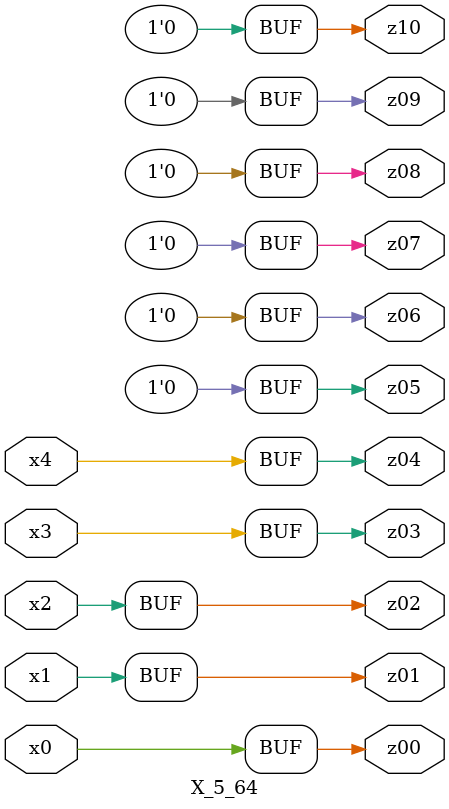
<source format=v>

module X_5_64 ( 
    x0, x1, x2, x3, x4,
    z00, z01, z02, z03, z04, z05, z06, z07, z08, z09, z10  );
  input  x0, x1, x2, x3, x4;
  output z00, z01, z02, z03, z04, z05, z06, z07, z08, z09, z10;
  assign z00 = x0;
  assign z01 = x1;
  assign z02 = x2;
  assign z03 = x3;
  assign z04 = x4;
  assign z05 = 1'b0;
  assign z06 = 1'b0;
  assign z07 = 1'b0;
  assign z08 = 1'b0;
  assign z09 = 1'b0;
  assign z10 = 1'b0;
endmodule



</source>
